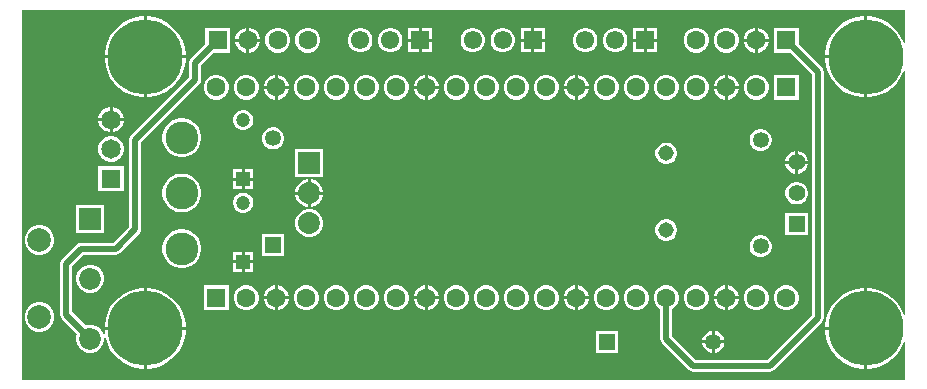
<source format=gbl>
G04*
G04 #@! TF.GenerationSoftware,Altium Limited,Altium Designer,21.9.1 (22)*
G04*
G04 Layer_Physical_Order=2*
G04 Layer_Color=16711680*
%FSLAX25Y25*%
%MOIN*%
G70*
G04*
G04 #@! TF.SameCoordinates,84066233-43AA-439E-81B8-E0E343A60AEF*
G04*
G04*
G04 #@! TF.FilePolarity,Positive*
G04*
G01*
G75*
%ADD20R,0.07284X0.07284*%
%ADD21C,0.07284*%
%ADD22C,0.07874*%
%ADD29R,0.04724X0.04724*%
%ADD30C,0.04724*%
%ADD38C,0.02000*%
%ADD42C,0.06496*%
%ADD43R,0.06496X0.06496*%
%ADD45C,0.25000*%
%ADD46C,0.06299*%
%ADD47R,0.06299X0.06299*%
%ADD48R,0.06102X0.06102*%
%ADD49C,0.06102*%
%ADD50C,0.05315*%
%ADD51R,0.05315X0.05315*%
%ADD52R,0.05315X0.05315*%
%ADD53C,0.05150*%
%ADD54C,0.05512*%
%ADD55R,0.05512X0.05512*%
%ADD56R,0.07323X0.07323*%
%ADD57C,0.07323*%
%ADD58C,0.10925*%
G36*
X336706Y116561D02*
X336206Y116482D01*
X336011Y117082D01*
X335046Y118975D01*
X333797Y120695D01*
X332295Y122197D01*
X330575Y123446D01*
X328682Y124411D01*
X326661Y125068D01*
X324563Y125400D01*
X324000D01*
Y111900D01*
Y98400D01*
X324563D01*
X326661Y98732D01*
X328682Y99389D01*
X330575Y100354D01*
X332295Y101603D01*
X333797Y103105D01*
X335046Y104824D01*
X336011Y106718D01*
X336206Y107318D01*
X336706Y107239D01*
Y26061D01*
X336206Y25982D01*
X336011Y26582D01*
X335046Y28475D01*
X333797Y30195D01*
X332295Y31697D01*
X330575Y32946D01*
X328682Y33911D01*
X326661Y34568D01*
X324563Y34900D01*
X324000D01*
Y21400D01*
Y7900D01*
X324563D01*
X326661Y8232D01*
X328682Y8889D01*
X330575Y9854D01*
X332295Y11103D01*
X333797Y12605D01*
X335046Y14324D01*
X336011Y16218D01*
X336206Y16818D01*
X336706Y16739D01*
Y4294D01*
X42294D01*
Y127706D01*
X336706D01*
Y116561D01*
D02*
G37*
%LPC*%
G36*
X179051Y121551D02*
X175500D01*
Y118000D01*
X179051D01*
Y121551D01*
D02*
G37*
G36*
X287546Y121650D02*
X287500D01*
Y118000D01*
X291150D01*
Y118046D01*
X290867Y119102D01*
X290320Y120048D01*
X289548Y120820D01*
X288602Y121367D01*
X287546Y121650D01*
D02*
G37*
G36*
X216551Y121551D02*
X213000D01*
Y118000D01*
X216551D01*
Y121551D01*
D02*
G37*
G36*
X254051D02*
X250500D01*
Y118000D01*
X254051D01*
Y121551D01*
D02*
G37*
G36*
X118046Y121650D02*
X118000D01*
Y118000D01*
X121650D01*
Y118046D01*
X121367Y119102D01*
X120820Y120048D01*
X120048Y120820D01*
X119102Y121367D01*
X118046Y121650D01*
D02*
G37*
G36*
X117000D02*
X116954D01*
X115898Y121367D01*
X114952Y120820D01*
X114180Y120048D01*
X113633Y119102D01*
X113350Y118046D01*
Y118000D01*
X117000D01*
Y121650D01*
D02*
G37*
G36*
X174500Y121551D02*
X170949D01*
Y118000D01*
X174500D01*
Y121551D01*
D02*
G37*
G36*
X212000D02*
X208449D01*
Y118000D01*
X212000D01*
Y121551D01*
D02*
G37*
G36*
X249500D02*
X245949D01*
Y118000D01*
X249500D01*
Y121551D01*
D02*
G37*
G36*
X286500Y121650D02*
X286454D01*
X285398Y121367D01*
X284452Y120820D01*
X283680Y120048D01*
X283133Y119102D01*
X282850Y118046D01*
Y118000D01*
X286500D01*
Y121650D01*
D02*
G37*
G36*
X254051Y117000D02*
X250500D01*
Y113449D01*
X254051D01*
Y117000D01*
D02*
G37*
G36*
X249500D02*
X245949D01*
Y113449D01*
X249500D01*
Y117000D01*
D02*
G37*
G36*
X240533Y121551D02*
X239467D01*
X238436Y121275D01*
X237512Y120742D01*
X236758Y119987D01*
X236225Y119064D01*
X235949Y118033D01*
Y116967D01*
X236225Y115936D01*
X236758Y115013D01*
X237512Y114258D01*
X238436Y113725D01*
X239467Y113449D01*
X240533D01*
X241564Y113725D01*
X242488Y114258D01*
X243242Y115013D01*
X243775Y115936D01*
X244051Y116967D01*
Y118033D01*
X243775Y119064D01*
X243242Y119987D01*
X242488Y120742D01*
X241564Y121275D01*
X240533Y121551D01*
D02*
G37*
G36*
X230533D02*
X229467D01*
X228436Y121275D01*
X227513Y120742D01*
X226758Y119987D01*
X226225Y119064D01*
X225949Y118033D01*
Y116967D01*
X226225Y115936D01*
X226758Y115013D01*
X227513Y114258D01*
X228436Y113725D01*
X229467Y113449D01*
X230533D01*
X231564Y113725D01*
X232488Y114258D01*
X233242Y115013D01*
X233775Y115936D01*
X234051Y116967D01*
Y118033D01*
X233775Y119064D01*
X233242Y119987D01*
X232488Y120742D01*
X231564Y121275D01*
X230533Y121551D01*
D02*
G37*
G36*
X216551Y117000D02*
X213000D01*
Y113449D01*
X216551D01*
Y117000D01*
D02*
G37*
G36*
X212000D02*
X208449D01*
Y113449D01*
X212000D01*
Y117000D01*
D02*
G37*
G36*
X203033Y121551D02*
X201967D01*
X200936Y121275D01*
X200012Y120742D01*
X199258Y119987D01*
X198725Y119064D01*
X198449Y118033D01*
Y116967D01*
X198725Y115936D01*
X199258Y115013D01*
X200012Y114258D01*
X200936Y113725D01*
X201967Y113449D01*
X203033D01*
X204064Y113725D01*
X204988Y114258D01*
X205742Y115013D01*
X206275Y115936D01*
X206551Y116967D01*
Y118033D01*
X206275Y119064D01*
X205742Y119987D01*
X204988Y120742D01*
X204064Y121275D01*
X203033Y121551D01*
D02*
G37*
G36*
X193033D02*
X191967D01*
X190936Y121275D01*
X190013Y120742D01*
X189258Y119987D01*
X188725Y119064D01*
X188449Y118033D01*
Y116967D01*
X188725Y115936D01*
X189258Y115013D01*
X190013Y114258D01*
X190936Y113725D01*
X191967Y113449D01*
X193033D01*
X194064Y113725D01*
X194987Y114258D01*
X195742Y115013D01*
X196275Y115936D01*
X196551Y116967D01*
Y118033D01*
X196275Y119064D01*
X195742Y119987D01*
X194987Y120742D01*
X194064Y121275D01*
X193033Y121551D01*
D02*
G37*
G36*
X179051Y117000D02*
X175500D01*
Y113449D01*
X179051D01*
Y117000D01*
D02*
G37*
G36*
X174500D02*
X170949D01*
Y113449D01*
X174500D01*
Y117000D01*
D02*
G37*
G36*
X165533Y121551D02*
X164467D01*
X163436Y121275D01*
X162513Y120742D01*
X161758Y119987D01*
X161225Y119064D01*
X160949Y118033D01*
Y116967D01*
X161225Y115936D01*
X161758Y115013D01*
X162513Y114258D01*
X163436Y113725D01*
X164467Y113449D01*
X165533D01*
X166564Y113725D01*
X167488Y114258D01*
X168242Y115013D01*
X168775Y115936D01*
X169051Y116967D01*
Y118033D01*
X168775Y119064D01*
X168242Y119987D01*
X167488Y120742D01*
X166564Y121275D01*
X165533Y121551D01*
D02*
G37*
G36*
X155533D02*
X154467D01*
X153436Y121275D01*
X152513Y120742D01*
X151758Y119987D01*
X151225Y119064D01*
X150949Y118033D01*
Y116967D01*
X151225Y115936D01*
X151758Y115013D01*
X152513Y114258D01*
X153436Y113725D01*
X154467Y113449D01*
X155533D01*
X156564Y113725D01*
X157487Y114258D01*
X158242Y115013D01*
X158775Y115936D01*
X159051Y116967D01*
Y118033D01*
X158775Y119064D01*
X158242Y119987D01*
X157487Y120742D01*
X156564Y121275D01*
X155533Y121551D01*
D02*
G37*
G36*
X291150Y117000D02*
X287500D01*
Y113350D01*
X287546D01*
X288602Y113633D01*
X289548Y114180D01*
X290320Y114952D01*
X290867Y115898D01*
X291150Y116954D01*
Y117000D01*
D02*
G37*
G36*
X286500D02*
X282850D01*
Y116954D01*
X283133Y115898D01*
X283680Y114952D01*
X284452Y114180D01*
X285398Y113633D01*
X286454Y113350D01*
X286500D01*
Y117000D01*
D02*
G37*
G36*
X277546Y121650D02*
X276454D01*
X275398Y121367D01*
X274452Y120820D01*
X273679Y120048D01*
X273133Y119102D01*
X272850Y118046D01*
Y116954D01*
X273133Y115898D01*
X273679Y114952D01*
X274452Y114180D01*
X275398Y113633D01*
X276454Y113350D01*
X277546D01*
X278602Y113633D01*
X279548Y114180D01*
X280321Y114952D01*
X280867Y115898D01*
X281150Y116954D01*
Y118046D01*
X280867Y119102D01*
X280321Y120048D01*
X279548Y120820D01*
X278602Y121367D01*
X277546Y121650D01*
D02*
G37*
G36*
X267546D02*
X266454D01*
X265398Y121367D01*
X264452Y120820D01*
X263680Y120048D01*
X263133Y119102D01*
X262850Y118046D01*
Y116954D01*
X263133Y115898D01*
X263680Y114952D01*
X264452Y114180D01*
X265398Y113633D01*
X266454Y113350D01*
X267546D01*
X268602Y113633D01*
X269548Y114180D01*
X270321Y114952D01*
X270867Y115898D01*
X271150Y116954D01*
Y118046D01*
X270867Y119102D01*
X270321Y120048D01*
X269548Y120820D01*
X268602Y121367D01*
X267546Y121650D01*
D02*
G37*
G36*
X138046D02*
X136954D01*
X135898Y121367D01*
X134952Y120820D01*
X134179Y120048D01*
X133633Y119102D01*
X133350Y118046D01*
Y116954D01*
X133633Y115898D01*
X134179Y114952D01*
X134952Y114180D01*
X135898Y113633D01*
X136954Y113350D01*
X138046D01*
X139102Y113633D01*
X140048Y114180D01*
X140821Y114952D01*
X141367Y115898D01*
X141650Y116954D01*
Y118046D01*
X141367Y119102D01*
X140821Y120048D01*
X140048Y120820D01*
X139102Y121367D01*
X138046Y121650D01*
D02*
G37*
G36*
X128046D02*
X126954D01*
X125898Y121367D01*
X124952Y120820D01*
X124179Y120048D01*
X123633Y119102D01*
X123350Y118046D01*
Y116954D01*
X123633Y115898D01*
X124179Y114952D01*
X124952Y114180D01*
X125898Y113633D01*
X126954Y113350D01*
X128046D01*
X129102Y113633D01*
X130048Y114180D01*
X130821Y114952D01*
X131367Y115898D01*
X131650Y116954D01*
Y118046D01*
X131367Y119102D01*
X130821Y120048D01*
X130048Y120820D01*
X129102Y121367D01*
X128046Y121650D01*
D02*
G37*
G36*
X121650Y117000D02*
X118000D01*
Y113350D01*
X118046D01*
X119102Y113633D01*
X120048Y114180D01*
X120820Y114952D01*
X121367Y115898D01*
X121650Y116954D01*
Y117000D01*
D02*
G37*
G36*
X117000D02*
X113350D01*
Y116954D01*
X113633Y115898D01*
X114180Y114952D01*
X114952Y114180D01*
X115898Y113633D01*
X116954Y113350D01*
X117000D01*
Y117000D01*
D02*
G37*
G36*
X323000Y125400D02*
X322438D01*
X320339Y125068D01*
X318318Y124411D01*
X316424Y123446D01*
X314705Y122197D01*
X313203Y120695D01*
X311954Y118975D01*
X310989Y117082D01*
X310332Y115061D01*
X310000Y112962D01*
Y112400D01*
X323000D01*
Y125400D01*
D02*
G37*
G36*
X84363D02*
X83800D01*
Y112400D01*
X96800D01*
Y112962D01*
X96468Y115061D01*
X95811Y117082D01*
X94846Y118975D01*
X93597Y120695D01*
X92095Y122197D01*
X90376Y123446D01*
X88482Y124411D01*
X86461Y125068D01*
X84363Y125400D01*
D02*
G37*
G36*
X82800D02*
X82237D01*
X80139Y125068D01*
X78118Y124411D01*
X76224Y123446D01*
X74505Y122197D01*
X73003Y120695D01*
X71754Y118975D01*
X70789Y117082D01*
X70132Y115061D01*
X69800Y112962D01*
Y112400D01*
X82800D01*
Y125400D01*
D02*
G37*
G36*
X277546Y105950D02*
X277500D01*
Y102300D01*
X281150D01*
Y102346D01*
X280867Y103402D01*
X280321Y104348D01*
X279548Y105121D01*
X278602Y105667D01*
X277546Y105950D01*
D02*
G37*
G36*
X177546D02*
X177500D01*
Y102300D01*
X181150D01*
Y102346D01*
X180867Y103402D01*
X180321Y104348D01*
X179548Y105121D01*
X178602Y105667D01*
X177546Y105950D01*
D02*
G37*
G36*
X127546D02*
X127500D01*
Y102300D01*
X131150D01*
Y102346D01*
X130867Y103402D01*
X130321Y104348D01*
X129548Y105121D01*
X128602Y105667D01*
X127546Y105950D01*
D02*
G37*
G36*
X227546D02*
X227500D01*
Y102300D01*
X231150D01*
Y102346D01*
X230867Y103402D01*
X230321Y104348D01*
X229548Y105121D01*
X228602Y105667D01*
X227546Y105950D01*
D02*
G37*
G36*
X126500D02*
X126454D01*
X125398Y105667D01*
X124452Y105121D01*
X123679Y104348D01*
X123133Y103402D01*
X122850Y102346D01*
Y102300D01*
X126500D01*
Y105950D01*
D02*
G37*
G36*
X276500D02*
X276454D01*
X275398Y105667D01*
X274452Y105121D01*
X273679Y104348D01*
X273133Y103402D01*
X272850Y102346D01*
Y102300D01*
X276500D01*
Y105950D01*
D02*
G37*
G36*
X176500D02*
X176454D01*
X175398Y105667D01*
X174452Y105121D01*
X173679Y104348D01*
X173133Y103402D01*
X172850Y102346D01*
Y102300D01*
X176500D01*
Y105950D01*
D02*
G37*
G36*
X226500D02*
X226454D01*
X225398Y105667D01*
X224452Y105121D01*
X223679Y104348D01*
X223133Y103402D01*
X222850Y102346D01*
Y102300D01*
X226500D01*
Y105950D01*
D02*
G37*
G36*
X323000Y111400D02*
X310000D01*
Y110837D01*
X310332Y108739D01*
X310989Y106718D01*
X311954Y104824D01*
X313203Y103105D01*
X314705Y101603D01*
X316424Y100354D01*
X318318Y99389D01*
X320339Y98732D01*
X322438Y98400D01*
X323000D01*
Y111400D01*
D02*
G37*
G36*
X96800D02*
X83800D01*
Y98400D01*
X84363D01*
X86461Y98732D01*
X88482Y99389D01*
X90376Y100354D01*
X92095Y101603D01*
X93597Y103105D01*
X94846Y104824D01*
X95811Y106718D01*
X96468Y108739D01*
X96800Y110837D01*
Y111400D01*
D02*
G37*
G36*
X82800D02*
X69800D01*
Y110837D01*
X70132Y108739D01*
X70789Y106718D01*
X71754Y104824D01*
X73003Y103105D01*
X74505Y101603D01*
X76224Y100354D01*
X78118Y99389D01*
X80139Y98732D01*
X82237Y98400D01*
X82800D01*
Y111400D01*
D02*
G37*
G36*
X301150Y105950D02*
X292850D01*
Y97650D01*
X301150D01*
Y105950D01*
D02*
G37*
G36*
X287546D02*
X286454D01*
X285398Y105667D01*
X284452Y105121D01*
X283680Y104348D01*
X283133Y103402D01*
X282850Y102346D01*
Y101254D01*
X283133Y100198D01*
X283680Y99252D01*
X284452Y98479D01*
X285398Y97933D01*
X286454Y97650D01*
X287546D01*
X288602Y97933D01*
X289548Y98479D01*
X290320Y99252D01*
X290867Y100198D01*
X291150Y101254D01*
Y102346D01*
X290867Y103402D01*
X290320Y104348D01*
X289548Y105121D01*
X288602Y105667D01*
X287546Y105950D01*
D02*
G37*
G36*
X281150Y101300D02*
X277500D01*
Y97650D01*
X277546D01*
X278602Y97933D01*
X279548Y98479D01*
X280321Y99252D01*
X280867Y100198D01*
X281150Y101254D01*
Y101300D01*
D02*
G37*
G36*
X276500D02*
X272850D01*
Y101254D01*
X273133Y100198D01*
X273679Y99252D01*
X274452Y98479D01*
X275398Y97933D01*
X276454Y97650D01*
X276500D01*
Y101300D01*
D02*
G37*
G36*
X267546Y105950D02*
X266454D01*
X265398Y105667D01*
X264452Y105121D01*
X263680Y104348D01*
X263133Y103402D01*
X262850Y102346D01*
Y101254D01*
X263133Y100198D01*
X263680Y99252D01*
X264452Y98479D01*
X265398Y97933D01*
X266454Y97650D01*
X267546D01*
X268602Y97933D01*
X269548Y98479D01*
X270321Y99252D01*
X270867Y100198D01*
X271150Y101254D01*
Y102346D01*
X270867Y103402D01*
X270321Y104348D01*
X269548Y105121D01*
X268602Y105667D01*
X267546Y105950D01*
D02*
G37*
G36*
X257546D02*
X256454D01*
X255398Y105667D01*
X254452Y105121D01*
X253679Y104348D01*
X253133Y103402D01*
X252850Y102346D01*
Y101254D01*
X253133Y100198D01*
X253679Y99252D01*
X254452Y98479D01*
X255398Y97933D01*
X256454Y97650D01*
X257546D01*
X258602Y97933D01*
X259548Y98479D01*
X260320Y99252D01*
X260867Y100198D01*
X261150Y101254D01*
Y102346D01*
X260867Y103402D01*
X260320Y104348D01*
X259548Y105121D01*
X258602Y105667D01*
X257546Y105950D01*
D02*
G37*
G36*
X247546D02*
X246454D01*
X245398Y105667D01*
X244452Y105121D01*
X243679Y104348D01*
X243133Y103402D01*
X242850Y102346D01*
Y101254D01*
X243133Y100198D01*
X243679Y99252D01*
X244452Y98479D01*
X245398Y97933D01*
X246454Y97650D01*
X247546D01*
X248602Y97933D01*
X249548Y98479D01*
X250321Y99252D01*
X250867Y100198D01*
X251150Y101254D01*
Y102346D01*
X250867Y103402D01*
X250321Y104348D01*
X249548Y105121D01*
X248602Y105667D01*
X247546Y105950D01*
D02*
G37*
G36*
X237546D02*
X236454D01*
X235398Y105667D01*
X234452Y105121D01*
X233680Y104348D01*
X233133Y103402D01*
X232850Y102346D01*
Y101254D01*
X233133Y100198D01*
X233680Y99252D01*
X234452Y98479D01*
X235398Y97933D01*
X236454Y97650D01*
X237546D01*
X238602Y97933D01*
X239548Y98479D01*
X240320Y99252D01*
X240867Y100198D01*
X241150Y101254D01*
Y102346D01*
X240867Y103402D01*
X240320Y104348D01*
X239548Y105121D01*
X238602Y105667D01*
X237546Y105950D01*
D02*
G37*
G36*
X231150Y101300D02*
X227500D01*
Y97650D01*
X227546D01*
X228602Y97933D01*
X229548Y98479D01*
X230321Y99252D01*
X230867Y100198D01*
X231150Y101254D01*
Y101300D01*
D02*
G37*
G36*
X226500D02*
X222850D01*
Y101254D01*
X223133Y100198D01*
X223679Y99252D01*
X224452Y98479D01*
X225398Y97933D01*
X226454Y97650D01*
X226500D01*
Y101300D01*
D02*
G37*
G36*
X217546Y105950D02*
X216454D01*
X215398Y105667D01*
X214452Y105121D01*
X213680Y104348D01*
X213133Y103402D01*
X212850Y102346D01*
Y101254D01*
X213133Y100198D01*
X213680Y99252D01*
X214452Y98479D01*
X215398Y97933D01*
X216454Y97650D01*
X217546D01*
X218602Y97933D01*
X219548Y98479D01*
X220321Y99252D01*
X220867Y100198D01*
X221150Y101254D01*
Y102346D01*
X220867Y103402D01*
X220321Y104348D01*
X219548Y105121D01*
X218602Y105667D01*
X217546Y105950D01*
D02*
G37*
G36*
X207546D02*
X206454D01*
X205398Y105667D01*
X204452Y105121D01*
X203679Y104348D01*
X203133Y103402D01*
X202850Y102346D01*
Y101254D01*
X203133Y100198D01*
X203679Y99252D01*
X204452Y98479D01*
X205398Y97933D01*
X206454Y97650D01*
X207546D01*
X208602Y97933D01*
X209548Y98479D01*
X210320Y99252D01*
X210867Y100198D01*
X211150Y101254D01*
Y102346D01*
X210867Y103402D01*
X210320Y104348D01*
X209548Y105121D01*
X208602Y105667D01*
X207546Y105950D01*
D02*
G37*
G36*
X197546D02*
X196454D01*
X195398Y105667D01*
X194452Y105121D01*
X193679Y104348D01*
X193133Y103402D01*
X192850Y102346D01*
Y101254D01*
X193133Y100198D01*
X193679Y99252D01*
X194452Y98479D01*
X195398Y97933D01*
X196454Y97650D01*
X197546D01*
X198602Y97933D01*
X199548Y98479D01*
X200321Y99252D01*
X200867Y100198D01*
X201150Y101254D01*
Y102346D01*
X200867Y103402D01*
X200321Y104348D01*
X199548Y105121D01*
X198602Y105667D01*
X197546Y105950D01*
D02*
G37*
G36*
X187546D02*
X186454D01*
X185398Y105667D01*
X184452Y105121D01*
X183679Y104348D01*
X183133Y103402D01*
X182850Y102346D01*
Y101254D01*
X183133Y100198D01*
X183679Y99252D01*
X184452Y98479D01*
X185398Y97933D01*
X186454Y97650D01*
X187546D01*
X188602Y97933D01*
X189548Y98479D01*
X190321Y99252D01*
X190867Y100198D01*
X191150Y101254D01*
Y102346D01*
X190867Y103402D01*
X190321Y104348D01*
X189548Y105121D01*
X188602Y105667D01*
X187546Y105950D01*
D02*
G37*
G36*
X181150Y101300D02*
X177500D01*
Y97650D01*
X177546D01*
X178602Y97933D01*
X179548Y98479D01*
X180321Y99252D01*
X180867Y100198D01*
X181150Y101254D01*
Y101300D01*
D02*
G37*
G36*
X176500D02*
X172850D01*
Y101254D01*
X173133Y100198D01*
X173679Y99252D01*
X174452Y98479D01*
X175398Y97933D01*
X176454Y97650D01*
X176500D01*
Y101300D01*
D02*
G37*
G36*
X167546Y105950D02*
X166454D01*
X165398Y105667D01*
X164452Y105121D01*
X163680Y104348D01*
X163133Y103402D01*
X162850Y102346D01*
Y101254D01*
X163133Y100198D01*
X163680Y99252D01*
X164452Y98479D01*
X165398Y97933D01*
X166454Y97650D01*
X167546D01*
X168602Y97933D01*
X169548Y98479D01*
X170320Y99252D01*
X170867Y100198D01*
X171150Y101254D01*
Y102346D01*
X170867Y103402D01*
X170320Y104348D01*
X169548Y105121D01*
X168602Y105667D01*
X167546Y105950D01*
D02*
G37*
G36*
X157546D02*
X156454D01*
X155398Y105667D01*
X154452Y105121D01*
X153680Y104348D01*
X153133Y103402D01*
X152850Y102346D01*
Y101254D01*
X153133Y100198D01*
X153680Y99252D01*
X154452Y98479D01*
X155398Y97933D01*
X156454Y97650D01*
X157546D01*
X158602Y97933D01*
X159548Y98479D01*
X160320Y99252D01*
X160867Y100198D01*
X161150Y101254D01*
Y102346D01*
X160867Y103402D01*
X160320Y104348D01*
X159548Y105121D01*
X158602Y105667D01*
X157546Y105950D01*
D02*
G37*
G36*
X147546D02*
X146454D01*
X145398Y105667D01*
X144452Y105121D01*
X143679Y104348D01*
X143133Y103402D01*
X142850Y102346D01*
Y101254D01*
X143133Y100198D01*
X143679Y99252D01*
X144452Y98479D01*
X145398Y97933D01*
X146454Y97650D01*
X147546D01*
X148602Y97933D01*
X149548Y98479D01*
X150320Y99252D01*
X150867Y100198D01*
X151150Y101254D01*
Y102346D01*
X150867Y103402D01*
X150320Y104348D01*
X149548Y105121D01*
X148602Y105667D01*
X147546Y105950D01*
D02*
G37*
G36*
X137546D02*
X136454D01*
X135398Y105667D01*
X134452Y105121D01*
X133679Y104348D01*
X133133Y103402D01*
X132850Y102346D01*
Y101254D01*
X133133Y100198D01*
X133679Y99252D01*
X134452Y98479D01*
X135398Y97933D01*
X136454Y97650D01*
X137546D01*
X138602Y97933D01*
X139548Y98479D01*
X140321Y99252D01*
X140867Y100198D01*
X141150Y101254D01*
Y102346D01*
X140867Y103402D01*
X140321Y104348D01*
X139548Y105121D01*
X138602Y105667D01*
X137546Y105950D01*
D02*
G37*
G36*
X131150Y101300D02*
X127500D01*
Y97650D01*
X127546D01*
X128602Y97933D01*
X129548Y98479D01*
X130321Y99252D01*
X130867Y100198D01*
X131150Y101254D01*
Y101300D01*
D02*
G37*
G36*
X126500D02*
X122850D01*
Y101254D01*
X123133Y100198D01*
X123679Y99252D01*
X124452Y98479D01*
X125398Y97933D01*
X126454Y97650D01*
X126500D01*
Y101300D01*
D02*
G37*
G36*
X117546Y105950D02*
X116454D01*
X115398Y105667D01*
X114452Y105121D01*
X113680Y104348D01*
X113133Y103402D01*
X112850Y102346D01*
Y101254D01*
X113133Y100198D01*
X113680Y99252D01*
X114452Y98479D01*
X115398Y97933D01*
X116454Y97650D01*
X117546D01*
X118602Y97933D01*
X119548Y98479D01*
X120320Y99252D01*
X120867Y100198D01*
X121150Y101254D01*
Y102346D01*
X120867Y103402D01*
X120320Y104348D01*
X119548Y105121D01*
X118602Y105667D01*
X117546Y105950D01*
D02*
G37*
G36*
X107546D02*
X106454D01*
X105398Y105667D01*
X104452Y105121D01*
X103680Y104348D01*
X103133Y103402D01*
X102850Y102346D01*
Y101254D01*
X103133Y100198D01*
X103680Y99252D01*
X104452Y98479D01*
X105398Y97933D01*
X106454Y97650D01*
X107546D01*
X108602Y97933D01*
X109548Y98479D01*
X110320Y99252D01*
X110867Y100198D01*
X111150Y101254D01*
Y102346D01*
X110867Y103402D01*
X110320Y104348D01*
X109548Y105121D01*
X108602Y105667D01*
X107546Y105950D01*
D02*
G37*
G36*
X72559Y95248D02*
X72500D01*
Y91500D01*
X76248D01*
Y91559D01*
X75959Y92640D01*
X75399Y93608D01*
X74608Y94399D01*
X73640Y94959D01*
X72559Y95248D01*
D02*
G37*
G36*
X71500D02*
X71441D01*
X70360Y94959D01*
X69392Y94399D01*
X68601Y93608D01*
X68041Y92640D01*
X67752Y91559D01*
Y91500D01*
X71500D01*
Y95248D01*
D02*
G37*
G36*
X116443Y94205D02*
X115557D01*
X114702Y93976D01*
X113936Y93533D01*
X113310Y92907D01*
X112867Y92140D01*
X112638Y91285D01*
Y90400D01*
X112867Y89545D01*
X113310Y88778D01*
X113936Y88152D01*
X114702Y87709D01*
X115557Y87480D01*
X116443D01*
X117298Y87709D01*
X118064Y88152D01*
X118690Y88778D01*
X119133Y89545D01*
X119362Y90400D01*
Y91285D01*
X119133Y92140D01*
X118690Y92907D01*
X118064Y93533D01*
X117298Y93976D01*
X116443Y94205D01*
D02*
G37*
G36*
X76248Y90500D02*
X72500D01*
Y86752D01*
X72559D01*
X73640Y87041D01*
X74608Y87601D01*
X75399Y88392D01*
X75959Y89360D01*
X76248Y90441D01*
Y90500D01*
D02*
G37*
G36*
X71500D02*
X67752D01*
Y90441D01*
X68041Y89360D01*
X68601Y88392D01*
X69392Y87601D01*
X70360Y87041D01*
X71441Y86752D01*
X71500D01*
Y90500D01*
D02*
G37*
G36*
X126481Y88374D02*
X125519D01*
X124588Y88125D01*
X123754Y87643D01*
X123073Y86962D01*
X122592Y86128D01*
X122343Y85198D01*
Y84235D01*
X122592Y83305D01*
X123073Y82471D01*
X123754Y81790D01*
X124588Y81308D01*
X125519Y81059D01*
X126481D01*
X127412Y81308D01*
X128246Y81790D01*
X128927Y82471D01*
X129408Y83305D01*
X129657Y84235D01*
Y85198D01*
X129408Y86128D01*
X128927Y86962D01*
X128246Y87643D01*
X127412Y88125D01*
X126481Y88374D01*
D02*
G37*
G36*
X288982Y87874D02*
X288018D01*
X287088Y87625D01*
X286254Y87143D01*
X285573Y86462D01*
X285092Y85628D01*
X284842Y84698D01*
Y83735D01*
X285092Y82805D01*
X285573Y81971D01*
X286254Y81290D01*
X287088Y80808D01*
X288018Y80559D01*
X288982D01*
X289912Y80808D01*
X290746Y81290D01*
X291427Y81971D01*
X291908Y82805D01*
X292158Y83735D01*
Y84698D01*
X291908Y85628D01*
X291427Y86462D01*
X290746Y87143D01*
X289912Y87625D01*
X288982Y87874D01*
D02*
G37*
G36*
X96136Y91470D02*
X94863D01*
X93615Y91222D01*
X92439Y90735D01*
X91380Y90028D01*
X90480Y89127D01*
X89773Y88069D01*
X89286Y86893D01*
X89037Y85644D01*
Y84371D01*
X89286Y83123D01*
X89773Y81947D01*
X90480Y80888D01*
X91380Y79988D01*
X92439Y79281D01*
X93615Y78794D01*
X94863Y78545D01*
X96136D01*
X97385Y78794D01*
X98561Y79281D01*
X99620Y79988D01*
X100520Y80888D01*
X101227Y81947D01*
X101714Y83123D01*
X101963Y84371D01*
Y85644D01*
X101714Y86893D01*
X101227Y88069D01*
X100520Y89127D01*
X99620Y90028D01*
X98561Y90735D01*
X97385Y91222D01*
X96136Y91470D01*
D02*
G37*
G36*
X301004Y80491D02*
Y77236D01*
X304258D01*
X304004Y78186D01*
X303509Y79042D01*
X302810Y79742D01*
X301954Y80236D01*
X301004Y80491D01*
D02*
G37*
G36*
X300004D02*
X299054Y80236D01*
X298198Y79742D01*
X297498Y79042D01*
X297004Y78186D01*
X296749Y77236D01*
X300004D01*
Y80491D01*
D02*
G37*
G36*
X72559Y85405D02*
X71441D01*
X70360Y85116D01*
X69392Y84557D01*
X68601Y83766D01*
X68041Y82797D01*
X67752Y81717D01*
Y80598D01*
X68041Y79518D01*
X68601Y78549D01*
X69392Y77758D01*
X70360Y77199D01*
X71441Y76910D01*
X72559D01*
X73640Y77199D01*
X74608Y77758D01*
X75399Y78549D01*
X75959Y79518D01*
X76248Y80598D01*
Y81717D01*
X75959Y82797D01*
X75399Y83766D01*
X74608Y84557D01*
X73640Y85116D01*
X72559Y85405D01*
D02*
G37*
G36*
X257471Y83370D02*
X256529D01*
X255620Y83126D01*
X254805Y82656D01*
X254139Y81990D01*
X253669Y81175D01*
X253425Y80266D01*
Y79325D01*
X253669Y78416D01*
X254139Y77600D01*
X254805Y76935D01*
X255620Y76464D01*
X256529Y76221D01*
X257471D01*
X258380Y76464D01*
X259195Y76935D01*
X259861Y77600D01*
X260331Y78416D01*
X260575Y79325D01*
Y80266D01*
X260331Y81175D01*
X259861Y81990D01*
X259195Y82656D01*
X258380Y83126D01*
X257471Y83370D01*
D02*
G37*
G36*
X304258Y76236D02*
X301004D01*
Y72982D01*
X301954Y73236D01*
X302810Y73731D01*
X303509Y74430D01*
X304004Y75287D01*
X304258Y76236D01*
D02*
G37*
G36*
X300004D02*
X296749D01*
X297004Y75287D01*
X297498Y74430D01*
X298198Y73731D01*
X299054Y73236D01*
X300004Y72982D01*
Y76236D01*
D02*
G37*
G36*
X142661Y81161D02*
X133339D01*
Y71839D01*
X142661D01*
Y81161D01*
D02*
G37*
G36*
X119362Y74520D02*
X116500D01*
Y71658D01*
X119362D01*
Y74520D01*
D02*
G37*
G36*
X115500D02*
X112638D01*
Y71658D01*
X115500D01*
Y74520D01*
D02*
G37*
G36*
X119362Y70657D02*
X116500D01*
Y67795D01*
X119362D01*
Y70657D01*
D02*
G37*
G36*
X115500D02*
X112638D01*
Y67795D01*
X115500D01*
Y70657D01*
D02*
G37*
G36*
X76248Y75563D02*
X67752D01*
Y67067D01*
X76248D01*
Y75563D01*
D02*
G37*
G36*
X138614Y71161D02*
X138500D01*
Y67000D01*
X142661D01*
Y67114D01*
X142344Y68299D01*
X141730Y69362D01*
X140862Y70230D01*
X139799Y70844D01*
X138614Y71161D01*
D02*
G37*
G36*
X137500D02*
X137386D01*
X136201Y70844D01*
X135138Y70230D01*
X134270Y69362D01*
X133656Y68299D01*
X133339Y67114D01*
Y67000D01*
X137500D01*
Y71161D01*
D02*
G37*
G36*
X300998Y70256D02*
X300009D01*
X299054Y70000D01*
X298198Y69506D01*
X297498Y68806D01*
X297004Y67950D01*
X296748Y66995D01*
Y66005D01*
X297004Y65050D01*
X297498Y64194D01*
X298198Y63494D01*
X299054Y63000D01*
X300009Y62744D01*
X300998D01*
X301954Y63000D01*
X302810Y63494D01*
X303509Y64194D01*
X304004Y65050D01*
X304260Y66005D01*
Y66995D01*
X304004Y67950D01*
X303509Y68806D01*
X302810Y69506D01*
X301954Y70000D01*
X300998Y70256D01*
D02*
G37*
G36*
X142661Y66000D02*
X138500D01*
Y61839D01*
X138614D01*
X139799Y62156D01*
X140862Y62770D01*
X141730Y63638D01*
X142344Y64701D01*
X142661Y65886D01*
Y66000D01*
D02*
G37*
G36*
X137500D02*
X133339D01*
Y65886D01*
X133656Y64701D01*
X134270Y63638D01*
X135138Y62770D01*
X136201Y62156D01*
X137386Y61839D01*
X137500D01*
Y66000D01*
D02*
G37*
G36*
X96136Y72966D02*
X94863D01*
X93615Y72718D01*
X92439Y72231D01*
X91380Y71524D01*
X90480Y70624D01*
X89773Y69565D01*
X89286Y68389D01*
X89037Y67140D01*
Y65867D01*
X89286Y64619D01*
X89773Y63443D01*
X90480Y62384D01*
X91380Y61484D01*
X92439Y60777D01*
X93615Y60290D01*
X94863Y60041D01*
X96136D01*
X97385Y60290D01*
X98561Y60777D01*
X99620Y61484D01*
X100520Y62384D01*
X101227Y63443D01*
X101714Y64619D01*
X101963Y65867D01*
Y67140D01*
X101714Y68389D01*
X101227Y69565D01*
X100520Y70624D01*
X99620Y71524D01*
X98561Y72231D01*
X97385Y72718D01*
X96136Y72966D01*
D02*
G37*
G36*
X116443Y66705D02*
X115557D01*
X114702Y66476D01*
X113936Y66033D01*
X113310Y65407D01*
X112867Y64640D01*
X112638Y63785D01*
Y62900D01*
X112867Y62045D01*
X113310Y61278D01*
X113936Y60652D01*
X114702Y60210D01*
X115557Y59980D01*
X116443D01*
X117298Y60210D01*
X118064Y60652D01*
X118690Y61278D01*
X119133Y62045D01*
X119362Y62900D01*
Y63785D01*
X119133Y64640D01*
X118690Y65407D01*
X118064Y66033D01*
X117298Y66476D01*
X116443Y66705D01*
D02*
G37*
G36*
X69642Y62642D02*
X60358D01*
Y53358D01*
X69642D01*
Y62642D01*
D02*
G37*
G36*
X304260Y60020D02*
X296748D01*
Y52508D01*
X304260D01*
Y60020D01*
D02*
G37*
G36*
X138614Y61161D02*
X137386D01*
X136201Y60844D01*
X135138Y60230D01*
X134270Y59362D01*
X133656Y58299D01*
X133339Y57114D01*
Y55886D01*
X133656Y54701D01*
X134270Y53638D01*
X135138Y52770D01*
X136201Y52156D01*
X137386Y51839D01*
X138614D01*
X139799Y52156D01*
X140862Y52770D01*
X141730Y53638D01*
X142344Y54701D01*
X142661Y55886D01*
Y57114D01*
X142344Y58299D01*
X141730Y59362D01*
X140862Y60230D01*
X139799Y60844D01*
X138614Y61161D01*
D02*
G37*
G36*
X257471Y57780D02*
X256529D01*
X255620Y57536D01*
X254805Y57065D01*
X254139Y56400D01*
X253669Y55585D01*
X253425Y54675D01*
Y53734D01*
X253669Y52825D01*
X254139Y52010D01*
X254805Y51344D01*
X255620Y50874D01*
X256529Y50630D01*
X257471D01*
X258380Y50874D01*
X259195Y51344D01*
X259861Y52010D01*
X260331Y52825D01*
X260575Y53734D01*
Y54675D01*
X260331Y55585D01*
X259861Y56400D01*
X259195Y57065D01*
X258380Y57536D01*
X257471Y57780D01*
D02*
G37*
G36*
X48721Y55732D02*
X47421D01*
X46165Y55396D01*
X45039Y54746D01*
X44120Y53827D01*
X43470Y52701D01*
X43134Y51445D01*
Y50145D01*
X43470Y48890D01*
X44120Y47764D01*
X45039Y46845D01*
X46165Y46195D01*
X47421Y45858D01*
X48721D01*
X49977Y46195D01*
X51102Y46845D01*
X52021Y47764D01*
X52671Y48890D01*
X53008Y50145D01*
Y51445D01*
X52671Y52701D01*
X52021Y53827D01*
X51102Y54746D01*
X49977Y55396D01*
X48721Y55732D01*
D02*
G37*
G36*
X129657Y52941D02*
X122343D01*
Y45626D01*
X129657D01*
Y52941D01*
D02*
G37*
G36*
X288982Y52441D02*
X288018D01*
X287088Y52192D01*
X286254Y51710D01*
X285573Y51029D01*
X285092Y50195D01*
X284842Y49265D01*
Y48302D01*
X285092Y47372D01*
X285573Y46538D01*
X286254Y45857D01*
X287088Y45375D01*
X288018Y45126D01*
X288982D01*
X289912Y45375D01*
X290746Y45857D01*
X291427Y46538D01*
X291908Y47372D01*
X292158Y48302D01*
Y49265D01*
X291908Y50195D01*
X291427Y51029D01*
X290746Y51710D01*
X289912Y52192D01*
X288982Y52441D01*
D02*
G37*
G36*
X119362Y47020D02*
X116500D01*
Y44157D01*
X119362D01*
Y47020D01*
D02*
G37*
G36*
X115500D02*
X112638D01*
Y44157D01*
X115500D01*
Y47020D01*
D02*
G37*
G36*
X96136Y54463D02*
X94863D01*
X93615Y54214D01*
X92439Y53727D01*
X91380Y53020D01*
X90480Y52120D01*
X89773Y51061D01*
X89286Y49885D01*
X89037Y48636D01*
Y47363D01*
X89286Y46115D01*
X89773Y44939D01*
X90480Y43880D01*
X91380Y42980D01*
X92439Y42273D01*
X93615Y41786D01*
X94863Y41537D01*
X96136D01*
X97385Y41786D01*
X98561Y42273D01*
X99620Y42980D01*
X100520Y43880D01*
X101227Y44939D01*
X101714Y46115D01*
X101963Y47363D01*
Y48636D01*
X101714Y49885D01*
X101227Y51061D01*
X100520Y52120D01*
X99620Y53020D01*
X98561Y53727D01*
X97385Y54214D01*
X96136Y54463D01*
D02*
G37*
G36*
X119362Y43158D02*
X116500D01*
Y40295D01*
X119362D01*
Y43158D01*
D02*
G37*
G36*
X115500D02*
X112638D01*
Y40295D01*
X115500D01*
Y43158D01*
D02*
G37*
G36*
X65611Y42642D02*
X64389D01*
X63208Y42325D01*
X62150Y41714D01*
X61286Y40850D01*
X60675Y39792D01*
X60358Y38611D01*
Y37389D01*
X60675Y36208D01*
X61286Y35150D01*
X62150Y34286D01*
X63208Y33675D01*
X64389Y33358D01*
X65611D01*
X66792Y33675D01*
X67850Y34286D01*
X68714Y35150D01*
X69325Y36208D01*
X69642Y37389D01*
Y38611D01*
X69325Y39792D01*
X68714Y40850D01*
X67850Y41714D01*
X66792Y42325D01*
X65611Y42642D01*
D02*
G37*
G36*
X277546Y35750D02*
X277500D01*
Y32100D01*
X281150D01*
Y32146D01*
X280867Y33202D01*
X280321Y34148D01*
X279548Y34920D01*
X278602Y35467D01*
X277546Y35750D01*
D02*
G37*
G36*
X276500D02*
X276454D01*
X275398Y35467D01*
X274452Y34920D01*
X273679Y34148D01*
X273133Y33202D01*
X272850Y32146D01*
Y32100D01*
X276500D01*
Y35750D01*
D02*
G37*
G36*
X227546D02*
X227500D01*
Y32100D01*
X231150D01*
Y32146D01*
X230867Y33202D01*
X230321Y34148D01*
X229548Y34920D01*
X228602Y35467D01*
X227546Y35750D01*
D02*
G37*
G36*
X226500D02*
X226454D01*
X225398Y35467D01*
X224452Y34920D01*
X223679Y34148D01*
X223133Y33202D01*
X222850Y32146D01*
Y32100D01*
X226500D01*
Y35750D01*
D02*
G37*
G36*
X177546D02*
X177500D01*
Y32100D01*
X181150D01*
Y32146D01*
X180867Y33202D01*
X180321Y34148D01*
X179548Y34920D01*
X178602Y35467D01*
X177546Y35750D01*
D02*
G37*
G36*
X176500D02*
X176454D01*
X175398Y35467D01*
X174452Y34920D01*
X173679Y34148D01*
X173133Y33202D01*
X172850Y32146D01*
Y32100D01*
X176500D01*
Y35750D01*
D02*
G37*
G36*
X127546D02*
X127500D01*
Y32100D01*
X131150D01*
Y32146D01*
X130867Y33202D01*
X130321Y34148D01*
X129548Y34920D01*
X128602Y35467D01*
X127546Y35750D01*
D02*
G37*
G36*
X126500D02*
X126454D01*
X125398Y35467D01*
X124452Y34920D01*
X123679Y34148D01*
X123133Y33202D01*
X122850Y32146D01*
Y32100D01*
X126500D01*
Y35750D01*
D02*
G37*
G36*
X297546D02*
X296454D01*
X295398Y35467D01*
X294452Y34920D01*
X293679Y34148D01*
X293133Y33202D01*
X292850Y32146D01*
Y31054D01*
X293133Y29998D01*
X293679Y29052D01*
X294452Y28280D01*
X295398Y27733D01*
X296454Y27450D01*
X297546D01*
X298602Y27733D01*
X299548Y28280D01*
X300321Y29052D01*
X300867Y29998D01*
X301150Y31054D01*
Y32146D01*
X300867Y33202D01*
X300321Y34148D01*
X299548Y34920D01*
X298602Y35467D01*
X297546Y35750D01*
D02*
G37*
G36*
X287546D02*
X286454D01*
X285398Y35467D01*
X284452Y34920D01*
X283680Y34148D01*
X283133Y33202D01*
X282850Y32146D01*
Y31054D01*
X283133Y29998D01*
X283680Y29052D01*
X284452Y28280D01*
X285398Y27733D01*
X286454Y27450D01*
X287546D01*
X288602Y27733D01*
X289548Y28280D01*
X290320Y29052D01*
X290867Y29998D01*
X291150Y31054D01*
Y32146D01*
X290867Y33202D01*
X290320Y34148D01*
X289548Y34920D01*
X288602Y35467D01*
X287546Y35750D01*
D02*
G37*
G36*
X281150Y31100D02*
X277500D01*
Y27450D01*
X277546D01*
X278602Y27733D01*
X279548Y28280D01*
X280321Y29052D01*
X280867Y29998D01*
X281150Y31054D01*
Y31100D01*
D02*
G37*
G36*
X276500D02*
X272850D01*
Y31054D01*
X273133Y29998D01*
X273679Y29052D01*
X274452Y28280D01*
X275398Y27733D01*
X276454Y27450D01*
X276500D01*
Y31100D01*
D02*
G37*
G36*
X267546Y35750D02*
X266454D01*
X265398Y35467D01*
X264452Y34920D01*
X263680Y34148D01*
X263133Y33202D01*
X262850Y32146D01*
Y31054D01*
X263133Y29998D01*
X263680Y29052D01*
X264452Y28280D01*
X265398Y27733D01*
X266454Y27450D01*
X267546D01*
X268602Y27733D01*
X269548Y28280D01*
X270321Y29052D01*
X270867Y29998D01*
X271150Y31054D01*
Y32146D01*
X270867Y33202D01*
X270321Y34148D01*
X269548Y34920D01*
X268602Y35467D01*
X267546Y35750D01*
D02*
G37*
G36*
X247546D02*
X246454D01*
X245398Y35467D01*
X244452Y34920D01*
X243679Y34148D01*
X243133Y33202D01*
X242850Y32146D01*
Y31054D01*
X243133Y29998D01*
X243679Y29052D01*
X244452Y28280D01*
X245398Y27733D01*
X246454Y27450D01*
X247546D01*
X248602Y27733D01*
X249548Y28280D01*
X250321Y29052D01*
X250867Y29998D01*
X251150Y31054D01*
Y32146D01*
X250867Y33202D01*
X250321Y34148D01*
X249548Y34920D01*
X248602Y35467D01*
X247546Y35750D01*
D02*
G37*
G36*
X237546D02*
X236454D01*
X235398Y35467D01*
X234452Y34920D01*
X233680Y34148D01*
X233133Y33202D01*
X232850Y32146D01*
Y31054D01*
X233133Y29998D01*
X233680Y29052D01*
X234452Y28280D01*
X235398Y27733D01*
X236454Y27450D01*
X237546D01*
X238602Y27733D01*
X239548Y28280D01*
X240320Y29052D01*
X240867Y29998D01*
X241150Y31054D01*
Y32146D01*
X240867Y33202D01*
X240320Y34148D01*
X239548Y34920D01*
X238602Y35467D01*
X237546Y35750D01*
D02*
G37*
G36*
X231150Y31100D02*
X227500D01*
Y27450D01*
X227546D01*
X228602Y27733D01*
X229548Y28280D01*
X230321Y29052D01*
X230867Y29998D01*
X231150Y31054D01*
Y31100D01*
D02*
G37*
G36*
X226500D02*
X222850D01*
Y31054D01*
X223133Y29998D01*
X223679Y29052D01*
X224452Y28280D01*
X225398Y27733D01*
X226454Y27450D01*
X226500D01*
Y31100D01*
D02*
G37*
G36*
X217546Y35750D02*
X216454D01*
X215398Y35467D01*
X214452Y34920D01*
X213680Y34148D01*
X213133Y33202D01*
X212850Y32146D01*
Y31054D01*
X213133Y29998D01*
X213680Y29052D01*
X214452Y28280D01*
X215398Y27733D01*
X216454Y27450D01*
X217546D01*
X218602Y27733D01*
X219548Y28280D01*
X220321Y29052D01*
X220867Y29998D01*
X221150Y31054D01*
Y32146D01*
X220867Y33202D01*
X220321Y34148D01*
X219548Y34920D01*
X218602Y35467D01*
X217546Y35750D01*
D02*
G37*
G36*
X207546D02*
X206454D01*
X205398Y35467D01*
X204452Y34920D01*
X203679Y34148D01*
X203133Y33202D01*
X202850Y32146D01*
Y31054D01*
X203133Y29998D01*
X203679Y29052D01*
X204452Y28280D01*
X205398Y27733D01*
X206454Y27450D01*
X207546D01*
X208602Y27733D01*
X209548Y28280D01*
X210320Y29052D01*
X210867Y29998D01*
X211150Y31054D01*
Y32146D01*
X210867Y33202D01*
X210320Y34148D01*
X209548Y34920D01*
X208602Y35467D01*
X207546Y35750D01*
D02*
G37*
G36*
X197546D02*
X196454D01*
X195398Y35467D01*
X194452Y34920D01*
X193679Y34148D01*
X193133Y33202D01*
X192850Y32146D01*
Y31054D01*
X193133Y29998D01*
X193679Y29052D01*
X194452Y28280D01*
X195398Y27733D01*
X196454Y27450D01*
X197546D01*
X198602Y27733D01*
X199548Y28280D01*
X200321Y29052D01*
X200867Y29998D01*
X201150Y31054D01*
Y32146D01*
X200867Y33202D01*
X200321Y34148D01*
X199548Y34920D01*
X198602Y35467D01*
X197546Y35750D01*
D02*
G37*
G36*
X187546D02*
X186454D01*
X185398Y35467D01*
X184452Y34920D01*
X183679Y34148D01*
X183133Y33202D01*
X182850Y32146D01*
Y31054D01*
X183133Y29998D01*
X183679Y29052D01*
X184452Y28280D01*
X185398Y27733D01*
X186454Y27450D01*
X187546D01*
X188602Y27733D01*
X189548Y28280D01*
X190321Y29052D01*
X190867Y29998D01*
X191150Y31054D01*
Y32146D01*
X190867Y33202D01*
X190321Y34148D01*
X189548Y34920D01*
X188602Y35467D01*
X187546Y35750D01*
D02*
G37*
G36*
X181150Y31100D02*
X177500D01*
Y27450D01*
X177546D01*
X178602Y27733D01*
X179548Y28280D01*
X180321Y29052D01*
X180867Y29998D01*
X181150Y31054D01*
Y31100D01*
D02*
G37*
G36*
X176500D02*
X172850D01*
Y31054D01*
X173133Y29998D01*
X173679Y29052D01*
X174452Y28280D01*
X175398Y27733D01*
X176454Y27450D01*
X176500D01*
Y31100D01*
D02*
G37*
G36*
X167546Y35750D02*
X166454D01*
X165398Y35467D01*
X164452Y34920D01*
X163680Y34148D01*
X163133Y33202D01*
X162850Y32146D01*
Y31054D01*
X163133Y29998D01*
X163680Y29052D01*
X164452Y28280D01*
X165398Y27733D01*
X166454Y27450D01*
X167546D01*
X168602Y27733D01*
X169548Y28280D01*
X170320Y29052D01*
X170867Y29998D01*
X171150Y31054D01*
Y32146D01*
X170867Y33202D01*
X170320Y34148D01*
X169548Y34920D01*
X168602Y35467D01*
X167546Y35750D01*
D02*
G37*
G36*
X157546D02*
X156454D01*
X155398Y35467D01*
X154452Y34920D01*
X153680Y34148D01*
X153133Y33202D01*
X152850Y32146D01*
Y31054D01*
X153133Y29998D01*
X153680Y29052D01*
X154452Y28280D01*
X155398Y27733D01*
X156454Y27450D01*
X157546D01*
X158602Y27733D01*
X159548Y28280D01*
X160320Y29052D01*
X160867Y29998D01*
X161150Y31054D01*
Y32146D01*
X160867Y33202D01*
X160320Y34148D01*
X159548Y34920D01*
X158602Y35467D01*
X157546Y35750D01*
D02*
G37*
G36*
X147546D02*
X146454D01*
X145398Y35467D01*
X144452Y34920D01*
X143679Y34148D01*
X143133Y33202D01*
X142850Y32146D01*
Y31054D01*
X143133Y29998D01*
X143679Y29052D01*
X144452Y28280D01*
X145398Y27733D01*
X146454Y27450D01*
X147546D01*
X148602Y27733D01*
X149548Y28280D01*
X150320Y29052D01*
X150867Y29998D01*
X151150Y31054D01*
Y32146D01*
X150867Y33202D01*
X150320Y34148D01*
X149548Y34920D01*
X148602Y35467D01*
X147546Y35750D01*
D02*
G37*
G36*
X137546D02*
X136454D01*
X135398Y35467D01*
X134452Y34920D01*
X133679Y34148D01*
X133133Y33202D01*
X132850Y32146D01*
Y31054D01*
X133133Y29998D01*
X133679Y29052D01*
X134452Y28280D01*
X135398Y27733D01*
X136454Y27450D01*
X137546D01*
X138602Y27733D01*
X139548Y28280D01*
X140321Y29052D01*
X140867Y29998D01*
X141150Y31054D01*
Y32146D01*
X140867Y33202D01*
X140321Y34148D01*
X139548Y34920D01*
X138602Y35467D01*
X137546Y35750D01*
D02*
G37*
G36*
X131150Y31100D02*
X127500D01*
Y27450D01*
X127546D01*
X128602Y27733D01*
X129548Y28280D01*
X130321Y29052D01*
X130867Y29998D01*
X131150Y31054D01*
Y31100D01*
D02*
G37*
G36*
X126500D02*
X122850D01*
Y31054D01*
X123133Y29998D01*
X123679Y29052D01*
X124452Y28280D01*
X125398Y27733D01*
X126454Y27450D01*
X126500D01*
Y31100D01*
D02*
G37*
G36*
X117546Y35750D02*
X116454D01*
X115398Y35467D01*
X114452Y34920D01*
X113680Y34148D01*
X113133Y33202D01*
X112850Y32146D01*
Y31054D01*
X113133Y29998D01*
X113680Y29052D01*
X114452Y28280D01*
X115398Y27733D01*
X116454Y27450D01*
X117546D01*
X118602Y27733D01*
X119548Y28280D01*
X120320Y29052D01*
X120867Y29998D01*
X121150Y31054D01*
Y32146D01*
X120867Y33202D01*
X120320Y34148D01*
X119548Y34920D01*
X118602Y35467D01*
X117546Y35750D01*
D02*
G37*
G36*
X111150D02*
X102850D01*
Y27450D01*
X111150D01*
Y35750D01*
D02*
G37*
G36*
X323000Y34900D02*
X322438D01*
X320339Y34568D01*
X318318Y33911D01*
X316424Y32946D01*
X314705Y31697D01*
X313203Y30195D01*
X311954Y28475D01*
X310989Y26582D01*
X310332Y24561D01*
X310000Y22463D01*
Y21900D01*
X323000D01*
Y34900D01*
D02*
G37*
G36*
X84363D02*
X83800D01*
Y21900D01*
X96800D01*
Y22463D01*
X96468Y24561D01*
X95811Y26582D01*
X94846Y28475D01*
X93597Y30195D01*
X92095Y31697D01*
X90376Y32946D01*
X88482Y33911D01*
X86461Y34568D01*
X84363Y34900D01*
D02*
G37*
G36*
X82800D02*
X82237D01*
X80139Y34568D01*
X78118Y33911D01*
X76224Y32946D01*
X74505Y31697D01*
X73003Y30195D01*
X71754Y28475D01*
X70789Y26582D01*
X70132Y24561D01*
X69800Y22463D01*
Y21900D01*
X82800D01*
Y34900D01*
D02*
G37*
G36*
X48721Y30142D02*
X47421D01*
X46165Y29805D01*
X45039Y29155D01*
X44120Y28236D01*
X43470Y27110D01*
X43134Y25855D01*
Y24555D01*
X43470Y23299D01*
X44120Y22173D01*
X45039Y21254D01*
X46165Y20604D01*
X47421Y20268D01*
X48721D01*
X49977Y20604D01*
X51102Y21254D01*
X52021Y22173D01*
X52671Y23299D01*
X53008Y24555D01*
Y25855D01*
X52671Y27110D01*
X52021Y28236D01*
X51102Y29155D01*
X49977Y29805D01*
X48721Y30142D01*
D02*
G37*
G36*
X273217Y20652D02*
Y17500D01*
X276369D01*
X276125Y18412D01*
X275643Y19246D01*
X274962Y19927D01*
X274128Y20408D01*
X273217Y20652D01*
D02*
G37*
G36*
X272217D02*
X271305Y20408D01*
X270471Y19927D01*
X269790Y19246D01*
X269308Y18412D01*
X269064Y17500D01*
X272217D01*
Y20652D01*
D02*
G37*
G36*
X276369Y16500D02*
X273217D01*
Y13348D01*
X274128Y13592D01*
X274962Y14073D01*
X275643Y14754D01*
X276125Y15588D01*
X276369Y16500D01*
D02*
G37*
G36*
X272217D02*
X269064D01*
X269308Y15588D01*
X269790Y14754D01*
X270471Y14073D01*
X271305Y13592D01*
X272217Y13348D01*
Y16500D01*
D02*
G37*
G36*
X240941Y20658D02*
X233626D01*
Y13342D01*
X240941D01*
Y20658D01*
D02*
G37*
G36*
X301150Y121650D02*
X292850D01*
Y113350D01*
X298266D01*
X305461Y106155D01*
Y25845D01*
X290655Y11039D01*
X266845D01*
X259039Y18845D01*
Y27986D01*
X259548Y28280D01*
X260320Y29052D01*
X260867Y29998D01*
X261150Y31054D01*
Y32146D01*
X260867Y33202D01*
X260320Y34148D01*
X259548Y34920D01*
X258602Y35467D01*
X257546Y35750D01*
X256454D01*
X255398Y35467D01*
X254452Y34920D01*
X253679Y34148D01*
X253133Y33202D01*
X252850Y32146D01*
Y31054D01*
X253133Y29998D01*
X253679Y29052D01*
X254452Y28280D01*
X254961Y27986D01*
Y18000D01*
X255116Y17220D01*
X255558Y16558D01*
X264558Y7558D01*
X265220Y7116D01*
X266000Y6961D01*
X291500D01*
X292280Y7116D01*
X292942Y7558D01*
X308942Y23558D01*
X309384Y24220D01*
X309539Y25000D01*
Y107000D01*
X309384Y107780D01*
X308942Y108442D01*
X301150Y116234D01*
Y121650D01*
D02*
G37*
G36*
X323000Y20900D02*
X310000D01*
Y20337D01*
X310332Y18239D01*
X310989Y16218D01*
X311954Y14324D01*
X313203Y12605D01*
X314705Y11103D01*
X316424Y9854D01*
X318318Y8889D01*
X320339Y8232D01*
X322438Y7900D01*
X323000D01*
Y20900D01*
D02*
G37*
G36*
X96800D02*
X83800D01*
Y7900D01*
X84363D01*
X86461Y8232D01*
X88482Y8889D01*
X90376Y9854D01*
X92095Y11103D01*
X93597Y12605D01*
X94846Y14324D01*
X95811Y16218D01*
X96468Y18239D01*
X96800Y20337D01*
Y20900D01*
D02*
G37*
G36*
X111650Y121650D02*
X103350D01*
Y116234D01*
X98558Y111442D01*
X98116Y110780D01*
X97961Y110000D01*
Y105178D01*
X78558Y85775D01*
X78116Y85113D01*
X77961Y84333D01*
Y55345D01*
X72655Y50039D01*
X62000D01*
X61220Y49884D01*
X60558Y49442D01*
X55558Y44442D01*
X55116Y43780D01*
X54961Y43000D01*
Y26000D01*
X55116Y25220D01*
X55558Y24558D01*
X60601Y19515D01*
X60358Y18611D01*
Y17389D01*
X60675Y16208D01*
X61286Y15150D01*
X62150Y14286D01*
X63208Y13675D01*
X64389Y13358D01*
X65611D01*
X66792Y13675D01*
X67850Y14286D01*
X68714Y15150D01*
X69325Y16208D01*
X69642Y17389D01*
Y18155D01*
X70132Y18239D01*
X70789Y16218D01*
X71754Y14324D01*
X73003Y12605D01*
X74505Y11103D01*
X76224Y9854D01*
X78118Y8889D01*
X80139Y8232D01*
X82237Y7900D01*
X82800D01*
Y20900D01*
X69800D01*
Y20337D01*
X69949Y19395D01*
X69459Y19291D01*
X69325Y19792D01*
X68714Y20850D01*
X67850Y21714D01*
X66792Y22325D01*
X65611Y22642D01*
X64389D01*
X63485Y22399D01*
X59039Y26845D01*
Y42155D01*
X62845Y45961D01*
X73500D01*
X74280Y46116D01*
X74942Y46558D01*
X81442Y53058D01*
X81884Y53720D01*
X82039Y54500D01*
Y83488D01*
X101442Y102891D01*
X101884Y103553D01*
X102039Y104333D01*
Y109155D01*
X106234Y113350D01*
X111650D01*
Y121650D01*
D02*
G37*
%LPD*%
D20*
X65000Y58000D02*
D03*
D21*
Y38000D02*
D03*
Y18000D02*
D03*
D22*
X48071Y50795D02*
D03*
Y25205D02*
D03*
D29*
X116000Y71157D02*
D03*
Y43657D02*
D03*
D30*
Y90842D02*
D03*
Y63342D02*
D03*
D38*
X80000Y54500D02*
Y84333D01*
X100000Y104333D01*
X73500Y48000D02*
X80000Y54500D01*
X100000Y110000D02*
X107500Y117500D01*
X100000Y104333D02*
Y110000D01*
X291500Y9000D02*
X307500Y25000D01*
X257000Y18000D02*
X266000Y9000D01*
X291500D01*
X57000Y43000D02*
X62000Y48000D01*
X57000Y26000D02*
Y43000D01*
Y26000D02*
X65391Y17609D01*
X62000Y48000D02*
X73500D01*
X257000Y18000D02*
Y31600D01*
X307500Y25000D02*
Y107000D01*
X297000Y117500D02*
X307500Y107000D01*
D42*
X72000Y81157D02*
D03*
Y91000D02*
D03*
D43*
Y71315D02*
D03*
D45*
X323500Y21400D02*
D03*
X83300D02*
D03*
Y111900D02*
D03*
X323500D02*
D03*
D46*
X117500Y117500D02*
D03*
X127500D02*
D03*
X137500D02*
D03*
X287000D02*
D03*
X277000D02*
D03*
X267000D02*
D03*
X297000Y31600D02*
D03*
X287000D02*
D03*
X277000D02*
D03*
X267000D02*
D03*
X257000D02*
D03*
X237000D02*
D03*
X227000D02*
D03*
X187000D02*
D03*
X157000D02*
D03*
X137000D02*
D03*
X117000D02*
D03*
X127000D02*
D03*
X147000D02*
D03*
X167000D02*
D03*
X177000D02*
D03*
X197000D02*
D03*
X207000D02*
D03*
X217000D02*
D03*
X247000D02*
D03*
X107000Y101800D02*
D03*
X117000D02*
D03*
X127000D02*
D03*
X137000D02*
D03*
X147000D02*
D03*
X167000D02*
D03*
X177000D02*
D03*
X217000D02*
D03*
X247000D02*
D03*
X267000D02*
D03*
X287000D02*
D03*
X277000D02*
D03*
X257000D02*
D03*
X237000D02*
D03*
X227000D02*
D03*
X207000D02*
D03*
X197000D02*
D03*
X187000D02*
D03*
X157000D02*
D03*
D47*
X107500Y117500D02*
D03*
X297000D02*
D03*
X107000Y31600D02*
D03*
X297000Y101800D02*
D03*
D48*
X250000Y117500D02*
D03*
X212500D02*
D03*
X175000D02*
D03*
D49*
X240000D02*
D03*
X230000D02*
D03*
X202500D02*
D03*
X192500D02*
D03*
X165000D02*
D03*
X155000D02*
D03*
D50*
X288500Y48783D02*
D03*
Y84216D02*
D03*
X272716Y17000D02*
D03*
X126000Y84716D02*
D03*
D51*
X237283Y17000D02*
D03*
D52*
X126000Y49283D02*
D03*
D53*
X257000Y54205D02*
D03*
Y79795D02*
D03*
D54*
X300504Y66500D02*
D03*
Y76736D02*
D03*
D55*
Y56264D02*
D03*
D56*
X138000Y76500D02*
D03*
D57*
Y66500D02*
D03*
Y56500D02*
D03*
D58*
X95500Y85008D02*
D03*
Y66504D02*
D03*
Y48000D02*
D03*
M02*

</source>
